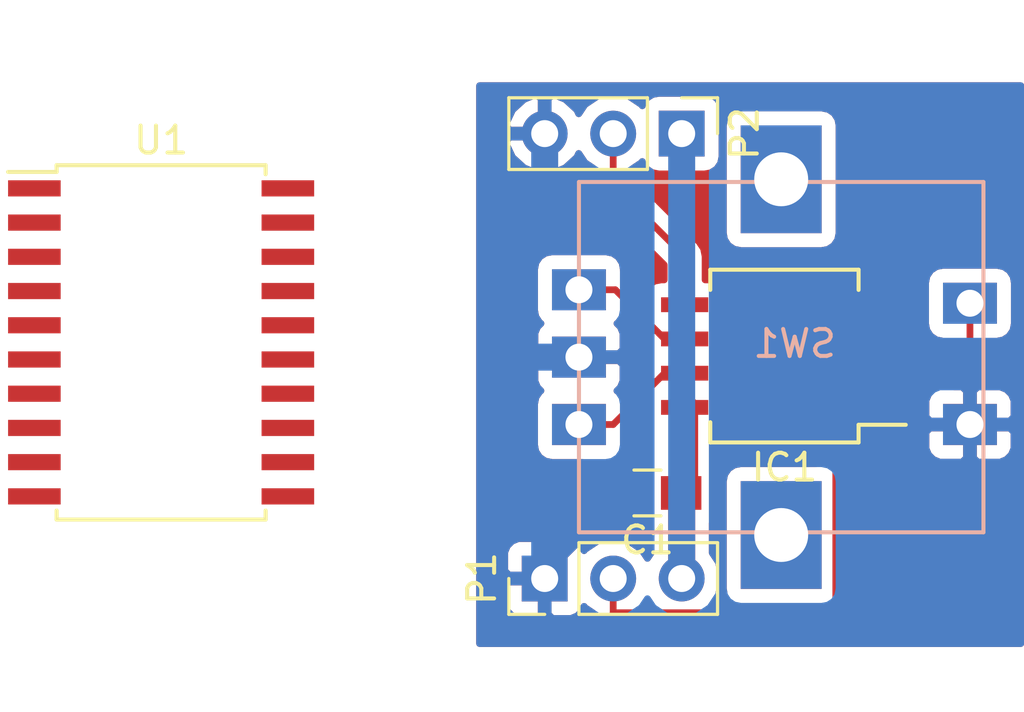
<source format=kicad_pcb>
(kicad_pcb (version 20171130) (host pcbnew "(5.0.0-rc2-178-g3c7b91b96)")

  (general
    (thickness 1.6)
    (drawings 0)
    (tracks 37)
    (zones 0)
    (modules 6)
    (nets 29)
  )

  (page A4)
  (layers
    (0 F.Cu signal)
    (31 B.Cu signal)
    (32 B.Adhes user)
    (33 F.Adhes user)
    (34 B.Paste user)
    (35 F.Paste user)
    (36 B.SilkS user)
    (37 F.SilkS user)
    (38 B.Mask user)
    (39 F.Mask user)
    (40 Dwgs.User user)
    (41 Cmts.User user)
    (42 Eco1.User user)
    (43 Eco2.User user)
    (44 Edge.Cuts user)
    (45 Margin user)
    (46 B.CrtYd user)
    (47 F.CrtYd user)
    (48 B.Fab user)
    (49 F.Fab user)
  )

  (setup
    (last_trace_width 0.25)
    (trace_clearance 0.2)
    (zone_clearance 0.508)
    (zone_45_only yes)
    (trace_min 0.2)
    (segment_width 0.2)
    (edge_width 0.1)
    (via_size 0.6)
    (via_drill 0.4)
    (via_min_size 0.4)
    (via_min_drill 0.3)
    (uvia_size 0.3)
    (uvia_drill 0.1)
    (uvias_allowed no)
    (uvia_min_size 0.2)
    (uvia_min_drill 0.1)
    (pcb_text_width 0.3)
    (pcb_text_size 1.5 1.5)
    (mod_edge_width 0.15)
    (mod_text_size 1 1)
    (mod_text_width 0.15)
    (pad_size 1.5 1.5)
    (pad_drill 0.6)
    (pad_to_mask_clearance 0)
    (aux_axis_origin 0 0)
    (visible_elements 7FFFFFFF)
    (pcbplotparams
      (layerselection 0x00030_80000001)
      (usegerberextensions false)
      (usegerberattributes false)
      (usegerberadvancedattributes false)
      (creategerberjobfile false)
      (excludeedgelayer true)
      (linewidth 0.100000)
      (plotframeref false)
      (viasonmask false)
      (mode 1)
      (useauxorigin false)
      (hpglpennumber 1)
      (hpglpenspeed 20)
      (hpglpendiameter 15.000000)
      (psnegative false)
      (psa4output false)
      (plotreference true)
      (plotvalue true)
      (plotinvisibletext false)
      (padsonsilk false)
      (subtractmaskfromsilk false)
      (outputformat 1)
      (mirror false)
      (drillshape 1)
      (scaleselection 1)
      (outputdirectory ""))
  )

  (net 0 "")
  (net 1 +5V)
  (net 2 GND)
  (net 3 "Net-(IC1-Pad1)")
  (net 4 "Net-(IC1-Pad2)")
  (net 5 "Net-(IC1-Pad3)")
  (net 6 "Net-(IC1-Pad5)")
  (net 7 "Net-(IC1-Pad6)")
  (net 8 "Net-(IC1-Pad7)")
  (net 9 "Net-(U1-Pad1)")
  (net 10 "Net-(U1-Pad2)")
  (net 11 "Net-(U1-Pad3)")
  (net 12 "Net-(U1-Pad4)")
  (net 13 "Net-(U1-Pad5)")
  (net 14 "Net-(U1-Pad6)")
  (net 15 "Net-(U1-Pad7)")
  (net 16 "Net-(U1-Pad8)")
  (net 17 "Net-(U1-Pad9)")
  (net 18 "Net-(U1-Pad10)")
  (net 19 "Net-(U1-Pad11)")
  (net 20 "Net-(U1-Pad12)")
  (net 21 "Net-(U1-Pad13)")
  (net 22 "Net-(U1-Pad14)")
  (net 23 "Net-(U1-Pad15)")
  (net 24 "Net-(U1-Pad16)")
  (net 25 "Net-(U1-Pad17)")
  (net 26 "Net-(U1-Pad18)")
  (net 27 "Net-(U1-Pad19)")
  (net 28 "Net-(U1-Pad20)")

  (net_class Default "This is the default net class."
    (clearance 0.2)
    (trace_width 0.25)
    (via_dia 0.6)
    (via_drill 0.4)
    (uvia_dia 0.3)
    (uvia_drill 0.1)
    (add_net "Net-(IC1-Pad1)")
    (add_net "Net-(IC1-Pad2)")
    (add_net "Net-(IC1-Pad3)")
    (add_net "Net-(IC1-Pad5)")
    (add_net "Net-(IC1-Pad6)")
    (add_net "Net-(IC1-Pad7)")
    (add_net "Net-(U1-Pad1)")
    (add_net "Net-(U1-Pad10)")
    (add_net "Net-(U1-Pad11)")
    (add_net "Net-(U1-Pad12)")
    (add_net "Net-(U1-Pad13)")
    (add_net "Net-(U1-Pad14)")
    (add_net "Net-(U1-Pad15)")
    (add_net "Net-(U1-Pad16)")
    (add_net "Net-(U1-Pad17)")
    (add_net "Net-(U1-Pad18)")
    (add_net "Net-(U1-Pad19)")
    (add_net "Net-(U1-Pad2)")
    (add_net "Net-(U1-Pad20)")
    (add_net "Net-(U1-Pad3)")
    (add_net "Net-(U1-Pad4)")
    (add_net "Net-(U1-Pad5)")
    (add_net "Net-(U1-Pad6)")
    (add_net "Net-(U1-Pad7)")
    (add_net "Net-(U1-Pad8)")
    (add_net "Net-(U1-Pad9)")
  )

  (net_class Power ""
    (clearance 0.2)
    (trace_width 1)
    (via_dia 0.6)
    (via_drill 0.4)
    (uvia_dia 0.3)
    (uvia_drill 0.1)
    (add_net +5V)
    (add_net GND)
  )

  (module MatthewLib:RotEnc (layer B.Cu) (tedit 5A79900C) (tstamp 5B06C3B1)
    (at 161.29 114.3)
    (path /5A785A70)
    (fp_text reference SW1 (at 8 -3) (layer B.SilkS)
      (effects (font (size 1 1) (thickness 0.15)) (justify mirror))
    )
    (fp_text value Rotary_Encoder_Switch (at 8 8) (layer B.Fab) hide
      (effects (font (size 1 1) (thickness 0.15)) (justify mirror))
    )
    (fp_line (start 0 0) (end 0 4) (layer B.SilkS) (width 0.15))
    (fp_line (start 0 4) (end 15 4) (layer B.SilkS) (width 0.15))
    (fp_line (start 15 4) (end 15 -9) (layer B.SilkS) (width 0.15))
    (fp_line (start 15 -9) (end 0 -9) (layer B.SilkS) (width 0.15))
    (fp_line (start 0 -9) (end 0 0) (layer B.SilkS) (width 0.15))
    (pad 1 thru_hole rect (at 0 0) (size 2 1.524) (drill 1) (layers *.Cu *.Mask)
      (net 8 "Net-(IC1-Pad7)"))
    (pad 2 thru_hole rect (at 0 -2.5) (size 2 1.524) (drill 1) (layers *.Cu *.Mask)
      (net 2 GND))
    (pad 3 thru_hole rect (at 0 -5) (size 2 1.524) (drill 1) (layers *.Cu *.Mask)
      (net 7 "Net-(IC1-Pad6)"))
    (pad 4 thru_hole rect (at 14.5 -4.5) (size 2 1.524) (drill 1) (layers *.Cu *.Mask)
      (net 4 "Net-(IC1-Pad2)"))
    (pad 5 thru_hole rect (at 14.5 0) (size 2 1.524) (drill 1) (layers *.Cu *.Mask)
      (net 2 GND))
    (pad "" thru_hole rect (at 7.5 4.1) (size 3 4) (drill 2) (layers *.Cu *.Mask))
    (pad "" thru_hole rect (at 7.5 -9.1) (size 3 4) (drill 2) (layers *.Cu *.Mask))
  )

  (module Capacitors_SMD:C_0805_HandSoldering (layer F.Cu) (tedit 58AA84A8) (tstamp 5B06C38C)
    (at 163.83 116.84 180)
    (descr "Capacitor SMD 0805, hand soldering")
    (tags "capacitor 0805")
    (path /5A798CD1)
    (attr smd)
    (fp_text reference C1 (at 0 -1.75 180) (layer F.SilkS)
      (effects (font (size 1 1) (thickness 0.15)))
    )
    (fp_text value C (at 0 1.75 180) (layer F.Fab)
      (effects (font (size 1 1) (thickness 0.15)))
    )
    (fp_text user %R (at 0 -1.75 180) (layer F.Fab)
      (effects (font (size 1 1) (thickness 0.15)))
    )
    (fp_line (start -1 0.62) (end -1 -0.62) (layer F.Fab) (width 0.1))
    (fp_line (start 1 0.62) (end -1 0.62) (layer F.Fab) (width 0.1))
    (fp_line (start 1 -0.62) (end 1 0.62) (layer F.Fab) (width 0.1))
    (fp_line (start -1 -0.62) (end 1 -0.62) (layer F.Fab) (width 0.1))
    (fp_line (start 0.5 -0.85) (end -0.5 -0.85) (layer F.SilkS) (width 0.12))
    (fp_line (start -0.5 0.85) (end 0.5 0.85) (layer F.SilkS) (width 0.12))
    (fp_line (start -2.25 -0.88) (end 2.25 -0.88) (layer F.CrtYd) (width 0.05))
    (fp_line (start -2.25 -0.88) (end -2.25 0.87) (layer F.CrtYd) (width 0.05))
    (fp_line (start 2.25 0.87) (end 2.25 -0.88) (layer F.CrtYd) (width 0.05))
    (fp_line (start 2.25 0.87) (end -2.25 0.87) (layer F.CrtYd) (width 0.05))
    (pad 1 smd rect (at -1.25 0 180) (size 1.5 1.25) (layers F.Cu F.Paste F.Mask)
      (net 1 +5V))
    (pad 2 smd rect (at 1.25 0 180) (size 1.5 1.25) (layers F.Cu F.Paste F.Mask)
      (net 2 GND))
    (model Capacitors_SMD.3dshapes/C_0805.wrl
      (at (xyz 0 0 0))
      (scale (xyz 1 1 1))
      (rotate (xyz 0 0 0))
    )
  )

  (module Housings_SOIC:SO-8_5.3x6.2mm_Pitch1.27mm (layer F.Cu) (tedit 59920130) (tstamp 5B06C398)
    (at 168.91 111.76 180)
    (descr "8-Lead Plastic Small Outline, 5.3x6.2mm Body (http://www.ti.com.cn/cn/lit/ds/symlink/tl7705a.pdf)")
    (tags "SOIC 1.27")
    (path /5A785B17)
    (attr smd)
    (fp_text reference IC1 (at 0 -4.13 180) (layer F.SilkS)
      (effects (font (size 1 1) (thickness 0.15)))
    )
    (fp_text value ATTINY85-P (at 0 4.13 180) (layer F.Fab)
      (effects (font (size 1 1) (thickness 0.15)))
    )
    (fp_text user %R (at 0 0 180) (layer F.Fab)
      (effects (font (size 1 1) (thickness 0.15)))
    )
    (fp_line (start -1.65 -3.1) (end 2.65 -3.1) (layer F.Fab) (width 0.15))
    (fp_line (start 2.65 -3.1) (end 2.65 3.1) (layer F.Fab) (width 0.15))
    (fp_line (start 2.65 3.1) (end -2.65 3.1) (layer F.Fab) (width 0.15))
    (fp_line (start -2.65 3.1) (end -2.65 -2.1) (layer F.Fab) (width 0.15))
    (fp_line (start -2.65 -2.1) (end -1.65 -3.1) (layer F.Fab) (width 0.15))
    (fp_line (start -4.83 -3.35) (end -4.83 3.35) (layer F.CrtYd) (width 0.05))
    (fp_line (start 4.83 -3.35) (end 4.83 3.35) (layer F.CrtYd) (width 0.05))
    (fp_line (start -4.83 -3.35) (end 4.83 -3.35) (layer F.CrtYd) (width 0.05))
    (fp_line (start -4.83 3.35) (end 4.83 3.35) (layer F.CrtYd) (width 0.05))
    (fp_line (start -2.75 -3.205) (end -2.75 -2.55) (layer F.SilkS) (width 0.15))
    (fp_line (start 2.75 -3.205) (end 2.75 -2.455) (layer F.SilkS) (width 0.15))
    (fp_line (start 2.75 3.205) (end 2.75 2.455) (layer F.SilkS) (width 0.15))
    (fp_line (start -2.75 3.205) (end -2.75 2.455) (layer F.SilkS) (width 0.15))
    (fp_line (start -2.75 -3.205) (end 2.75 -3.205) (layer F.SilkS) (width 0.15))
    (fp_line (start -2.75 3.205) (end 2.75 3.205) (layer F.SilkS) (width 0.15))
    (fp_line (start -2.75 -2.55) (end -4.5 -2.55) (layer F.SilkS) (width 0.15))
    (pad 1 smd rect (at -3.7 -1.905 180) (size 1.75 0.55) (layers F.Cu F.Paste F.Mask)
      (net 3 "Net-(IC1-Pad1)"))
    (pad 2 smd rect (at -3.7 -0.635 180) (size 1.75 0.55) (layers F.Cu F.Paste F.Mask)
      (net 4 "Net-(IC1-Pad2)"))
    (pad 3 smd rect (at -3.7 0.635 180) (size 1.75 0.55) (layers F.Cu F.Paste F.Mask)
      (net 5 "Net-(IC1-Pad3)"))
    (pad 4 smd rect (at -3.7 1.905 180) (size 1.75 0.55) (layers F.Cu F.Paste F.Mask)
      (net 2 GND))
    (pad 5 smd rect (at 3.7 1.905 180) (size 1.75 0.55) (layers F.Cu F.Paste F.Mask)
      (net 6 "Net-(IC1-Pad5)"))
    (pad 6 smd rect (at 3.7 0.635 180) (size 1.75 0.55) (layers F.Cu F.Paste F.Mask)
      (net 7 "Net-(IC1-Pad6)"))
    (pad 7 smd rect (at 3.7 -0.635 180) (size 1.75 0.55) (layers F.Cu F.Paste F.Mask)
      (net 8 "Net-(IC1-Pad7)"))
    (pad 8 smd rect (at 3.7 -1.905 180) (size 1.75 0.55) (layers F.Cu F.Paste F.Mask)
      (net 1 +5V))
    (model ${KISYS3DMOD}/Housings_SOIC.3dshapes/SO-8_5.3x6.2mm_Pitch1.27mm.wrl
      (at (xyz 0 0 0))
      (scale (xyz 1 1 1))
      (rotate (xyz 0 0 0))
    )
  )

  (module Pin_Headers:Pin_Header_Straight_1x03_Pitch2.54mm (layer F.Cu) (tedit 59650532) (tstamp 5B06C39F)
    (at 160.02 120.015 90)
    (descr "Through hole straight pin header, 1x03, 2.54mm pitch, single row")
    (tags "Through hole pin header THT 1x03 2.54mm single row")
    (path /5A785E95)
    (fp_text reference P1 (at 0 -2.33 90) (layer F.SilkS)
      (effects (font (size 1 1) (thickness 0.15)))
    )
    (fp_text value CONN_01X03 (at 0 7.41 90) (layer F.Fab)
      (effects (font (size 1 1) (thickness 0.15)))
    )
    (fp_line (start -0.635 -1.27) (end 1.27 -1.27) (layer F.Fab) (width 0.1))
    (fp_line (start 1.27 -1.27) (end 1.27 6.35) (layer F.Fab) (width 0.1))
    (fp_line (start 1.27 6.35) (end -1.27 6.35) (layer F.Fab) (width 0.1))
    (fp_line (start -1.27 6.35) (end -1.27 -0.635) (layer F.Fab) (width 0.1))
    (fp_line (start -1.27 -0.635) (end -0.635 -1.27) (layer F.Fab) (width 0.1))
    (fp_line (start -1.33 6.41) (end 1.33 6.41) (layer F.SilkS) (width 0.12))
    (fp_line (start -1.33 1.27) (end -1.33 6.41) (layer F.SilkS) (width 0.12))
    (fp_line (start 1.33 1.27) (end 1.33 6.41) (layer F.SilkS) (width 0.12))
    (fp_line (start -1.33 1.27) (end 1.33 1.27) (layer F.SilkS) (width 0.12))
    (fp_line (start -1.33 0) (end -1.33 -1.33) (layer F.SilkS) (width 0.12))
    (fp_line (start -1.33 -1.33) (end 0 -1.33) (layer F.SilkS) (width 0.12))
    (fp_line (start -1.8 -1.8) (end -1.8 6.85) (layer F.CrtYd) (width 0.05))
    (fp_line (start -1.8 6.85) (end 1.8 6.85) (layer F.CrtYd) (width 0.05))
    (fp_line (start 1.8 6.85) (end 1.8 -1.8) (layer F.CrtYd) (width 0.05))
    (fp_line (start 1.8 -1.8) (end -1.8 -1.8) (layer F.CrtYd) (width 0.05))
    (fp_text user %R (at 0 2.54 180) (layer F.Fab)
      (effects (font (size 1 1) (thickness 0.15)))
    )
    (pad 1 thru_hole rect (at 0 0 90) (size 1.7 1.7) (drill 1) (layers *.Cu *.Mask)
      (net 2 GND))
    (pad 2 thru_hole oval (at 0 2.54 90) (size 1.7 1.7) (drill 1) (layers *.Cu *.Mask)
      (net 5 "Net-(IC1-Pad3)"))
    (pad 3 thru_hole oval (at 0 5.08 90) (size 1.7 1.7) (drill 1) (layers *.Cu *.Mask)
      (net 1 +5V))
    (model ${KISYS3DMOD}/Pin_Headers.3dshapes/Pin_Header_Straight_1x03_Pitch2.54mm.wrl
      (at (xyz 0 0 0))
      (scale (xyz 1 1 1))
      (rotate (xyz 0 0 0))
    )
  )

  (module Pin_Headers:Pin_Header_Straight_1x03_Pitch2.54mm (layer F.Cu) (tedit 59650532) (tstamp 5B06C3A6)
    (at 165.1 103.505 270)
    (descr "Through hole straight pin header, 1x03, 2.54mm pitch, single row")
    (tags "Through hole pin header THT 1x03 2.54mm single row")
    (path /5A785EE2)
    (fp_text reference P2 (at 0 -2.33 270) (layer F.SilkS)
      (effects (font (size 1 1) (thickness 0.15)))
    )
    (fp_text value CONN_01X03 (at 0 7.41 270) (layer F.Fab)
      (effects (font (size 1 1) (thickness 0.15)))
    )
    (fp_line (start -0.635 -1.27) (end 1.27 -1.27) (layer F.Fab) (width 0.1))
    (fp_line (start 1.27 -1.27) (end 1.27 6.35) (layer F.Fab) (width 0.1))
    (fp_line (start 1.27 6.35) (end -1.27 6.35) (layer F.Fab) (width 0.1))
    (fp_line (start -1.27 6.35) (end -1.27 -0.635) (layer F.Fab) (width 0.1))
    (fp_line (start -1.27 -0.635) (end -0.635 -1.27) (layer F.Fab) (width 0.1))
    (fp_line (start -1.33 6.41) (end 1.33 6.41) (layer F.SilkS) (width 0.12))
    (fp_line (start -1.33 1.27) (end -1.33 6.41) (layer F.SilkS) (width 0.12))
    (fp_line (start 1.33 1.27) (end 1.33 6.41) (layer F.SilkS) (width 0.12))
    (fp_line (start -1.33 1.27) (end 1.33 1.27) (layer F.SilkS) (width 0.12))
    (fp_line (start -1.33 0) (end -1.33 -1.33) (layer F.SilkS) (width 0.12))
    (fp_line (start -1.33 -1.33) (end 0 -1.33) (layer F.SilkS) (width 0.12))
    (fp_line (start -1.8 -1.8) (end -1.8 6.85) (layer F.CrtYd) (width 0.05))
    (fp_line (start -1.8 6.85) (end 1.8 6.85) (layer F.CrtYd) (width 0.05))
    (fp_line (start 1.8 6.85) (end 1.8 -1.8) (layer F.CrtYd) (width 0.05))
    (fp_line (start 1.8 -1.8) (end -1.8 -1.8) (layer F.CrtYd) (width 0.05))
    (fp_text user %R (at 0 2.54) (layer F.Fab)
      (effects (font (size 1 1) (thickness 0.15)))
    )
    (pad 1 thru_hole rect (at 0 0 270) (size 1.7 1.7) (drill 1) (layers *.Cu *.Mask)
      (net 1 +5V))
    (pad 2 thru_hole oval (at 0 2.54 270) (size 1.7 1.7) (drill 1) (layers *.Cu *.Mask)
      (net 6 "Net-(IC1-Pad5)"))
    (pad 3 thru_hole oval (at 0 5.08 270) (size 1.7 1.7) (drill 1) (layers *.Cu *.Mask)
      (net 2 GND))
    (model ${KISYS3DMOD}/Pin_Headers.3dshapes/Pin_Header_Straight_1x03_Pitch2.54mm.wrl
      (at (xyz 0 0 0))
      (scale (xyz 1 1 1))
      (rotate (xyz 0 0 0))
    )
  )

  (module Package_SO:SOIC-20W_7.5x12.8mm_P1.27mm (layer F.Cu) (tedit 5A02F2D3) (tstamp 5BF631DD)
    (at 145.796 111.252)
    (descr "20-Lead Plastic Small Outline (SO) - Wide, 7.50 mm Body [SOIC] (see Microchip Packaging Specification 00000049BS.pdf)")
    (tags "SOIC 1.27")
    (path /5BE9FDA2)
    (attr smd)
    (fp_text reference U1 (at 0 -7.5) (layer F.SilkS)
      (effects (font (size 1 1) (thickness 0.15)))
    )
    (fp_text value ATtiny4313-SU (at 0 7.5) (layer F.Fab)
      (effects (font (size 1 1) (thickness 0.15)))
    )
    (fp_text user %R (at 0 0) (layer F.Fab)
      (effects (font (size 1 1) (thickness 0.15)))
    )
    (fp_line (start -2.75 -6.4) (end 3.75 -6.4) (layer F.Fab) (width 0.15))
    (fp_line (start 3.75 -6.4) (end 3.75 6.4) (layer F.Fab) (width 0.15))
    (fp_line (start 3.75 6.4) (end -3.75 6.4) (layer F.Fab) (width 0.15))
    (fp_line (start -3.75 6.4) (end -3.75 -5.4) (layer F.Fab) (width 0.15))
    (fp_line (start -3.75 -5.4) (end -2.75 -6.4) (layer F.Fab) (width 0.15))
    (fp_line (start -5.95 -6.75) (end -5.95 6.75) (layer F.CrtYd) (width 0.05))
    (fp_line (start 5.95 -6.75) (end 5.95 6.75) (layer F.CrtYd) (width 0.05))
    (fp_line (start -5.95 -6.75) (end 5.95 -6.75) (layer F.CrtYd) (width 0.05))
    (fp_line (start -5.95 6.75) (end 5.95 6.75) (layer F.CrtYd) (width 0.05))
    (fp_line (start -3.875 -6.575) (end -3.875 -6.325) (layer F.SilkS) (width 0.15))
    (fp_line (start 3.875 -6.575) (end 3.875 -6.24) (layer F.SilkS) (width 0.15))
    (fp_line (start 3.875 6.575) (end 3.875 6.24) (layer F.SilkS) (width 0.15))
    (fp_line (start -3.875 6.575) (end -3.875 6.24) (layer F.SilkS) (width 0.15))
    (fp_line (start -3.875 -6.575) (end 3.875 -6.575) (layer F.SilkS) (width 0.15))
    (fp_line (start -3.875 6.575) (end 3.875 6.575) (layer F.SilkS) (width 0.15))
    (fp_line (start -3.875 -6.325) (end -5.675 -6.325) (layer F.SilkS) (width 0.15))
    (pad 1 smd rect (at -4.7 -5.715) (size 1.95 0.6) (layers F.Cu F.Paste F.Mask)
      (net 9 "Net-(U1-Pad1)"))
    (pad 2 smd rect (at -4.7 -4.445) (size 1.95 0.6) (layers F.Cu F.Paste F.Mask)
      (net 10 "Net-(U1-Pad2)"))
    (pad 3 smd rect (at -4.7 -3.175) (size 1.95 0.6) (layers F.Cu F.Paste F.Mask)
      (net 11 "Net-(U1-Pad3)"))
    (pad 4 smd rect (at -4.7 -1.905) (size 1.95 0.6) (layers F.Cu F.Paste F.Mask)
      (net 12 "Net-(U1-Pad4)"))
    (pad 5 smd rect (at -4.7 -0.635) (size 1.95 0.6) (layers F.Cu F.Paste F.Mask)
      (net 13 "Net-(U1-Pad5)"))
    (pad 6 smd rect (at -4.7 0.635) (size 1.95 0.6) (layers F.Cu F.Paste F.Mask)
      (net 14 "Net-(U1-Pad6)"))
    (pad 7 smd rect (at -4.7 1.905) (size 1.95 0.6) (layers F.Cu F.Paste F.Mask)
      (net 15 "Net-(U1-Pad7)"))
    (pad 8 smd rect (at -4.7 3.175) (size 1.95 0.6) (layers F.Cu F.Paste F.Mask)
      (net 16 "Net-(U1-Pad8)"))
    (pad 9 smd rect (at -4.7 4.445) (size 1.95 0.6) (layers F.Cu F.Paste F.Mask)
      (net 17 "Net-(U1-Pad9)"))
    (pad 10 smd rect (at -4.7 5.715) (size 1.95 0.6) (layers F.Cu F.Paste F.Mask)
      (net 18 "Net-(U1-Pad10)"))
    (pad 11 smd rect (at 4.7 5.715) (size 1.95 0.6) (layers F.Cu F.Paste F.Mask)
      (net 19 "Net-(U1-Pad11)"))
    (pad 12 smd rect (at 4.7 4.445) (size 1.95 0.6) (layers F.Cu F.Paste F.Mask)
      (net 20 "Net-(U1-Pad12)"))
    (pad 13 smd rect (at 4.7 3.175) (size 1.95 0.6) (layers F.Cu F.Paste F.Mask)
      (net 21 "Net-(U1-Pad13)"))
    (pad 14 smd rect (at 4.7 1.905) (size 1.95 0.6) (layers F.Cu F.Paste F.Mask)
      (net 22 "Net-(U1-Pad14)"))
    (pad 15 smd rect (at 4.7 0.635) (size 1.95 0.6) (layers F.Cu F.Paste F.Mask)
      (net 23 "Net-(U1-Pad15)"))
    (pad 16 smd rect (at 4.7 -0.635) (size 1.95 0.6) (layers F.Cu F.Paste F.Mask)
      (net 24 "Net-(U1-Pad16)"))
    (pad 17 smd rect (at 4.7 -1.905) (size 1.95 0.6) (layers F.Cu F.Paste F.Mask)
      (net 25 "Net-(U1-Pad17)"))
    (pad 18 smd rect (at 4.7 -3.175) (size 1.95 0.6) (layers F.Cu F.Paste F.Mask)
      (net 26 "Net-(U1-Pad18)"))
    (pad 19 smd rect (at 4.7 -4.445) (size 1.95 0.6) (layers F.Cu F.Paste F.Mask)
      (net 27 "Net-(U1-Pad19)"))
    (pad 20 smd rect (at 4.7 -5.715) (size 1.95 0.6) (layers F.Cu F.Paste F.Mask)
      (net 28 "Net-(U1-Pad20)"))
    (model ${KISYS3DMOD}/Package_SO.3dshapes/SOIC-20W_7.5x12.8mm_P1.27mm.wrl
      (at (xyz 0 0 0))
      (scale (xyz 1 1 1))
      (rotate (xyz 0 0 0))
    )
  )

  (segment (start 165.1 120.015) (end 165.1 116.86) (width 1) (layer F.Cu) (net 1) (status 10))
  (segment (start 165.1 116.86) (end 165.08 116.84) (width 1) (layer F.Cu) (net 1) (tstamp 5B06C711))
  (segment (start 165.21 113.665) (end 165.21 116.71) (width 1) (layer F.Cu) (net 1))
  (segment (start 165.21 116.71) (end 165.08 116.84) (width 1) (layer F.Cu) (net 1) (tstamp 5B06C703))
  (segment (start 165.1 120.015) (end 165.1 103.505) (width 1) (layer B.Cu) (net 1) (status 20))
  (segment (start 165.1 113.775) (end 165.21 113.665) (width 0.25) (layer F.Cu) (net 1) (tstamp 5B06C5E3))
  (segment (start 162.58 116.84) (end 162.56 116.84) (width 1) (layer F.Cu) (net 2))
  (segment (start 162.56 116.84) (end 160.02 119.38) (width 1) (layer F.Cu) (net 2) (tstamp 5B06C70A))
  (segment (start 160.02 119.38) (end 160.02 120.015) (width 1) (layer F.Cu) (net 2) (tstamp 5B06C70D) (status 20))
  (segment (start 161.29 111.8) (end 158.75 111.8) (width 1) (layer B.Cu) (net 2))
  (segment (start 158.75 111.8) (end 158.75 111.76) (width 1) (layer B.Cu) (net 2) (tstamp 5B06C6B9))
  (segment (start 160.02 120.015) (end 160.02 116.84) (width 1) (layer B.Cu) (net 2) (status 10))
  (segment (start 160.02 106.68) (end 160.02 103.505) (width 1) (layer B.Cu) (net 2) (tstamp 5B06C6B6) (status 20))
  (segment (start 158.75 107.95) (end 160.02 106.68) (width 1) (layer B.Cu) (net 2) (tstamp 5B06C6B5))
  (segment (start 158.75 115.57) (end 158.75 111.76) (width 1) (layer B.Cu) (net 2) (tstamp 5B06C6AC))
  (segment (start 158.75 111.76) (end 158.75 107.95) (width 1) (layer B.Cu) (net 2) (tstamp 5B06C6BC))
  (segment (start 160.02 116.84) (end 158.75 115.57) (width 1) (layer B.Cu) (net 2) (tstamp 5B06C6A8))
  (segment (start 160.02 120.015) (end 160.02 119.38) (width 1) (layer B.Cu) (net 2) (status 10))
  (segment (start 160.02 119.38) (end 162.56 116.84) (width 1) (layer B.Cu) (net 2) (tstamp 5B06C6A0))
  (segment (start 172.61 112.395) (end 174.625 112.395) (width 0.25) (layer F.Cu) (net 4))
  (segment (start 175.79 111.23) (end 175.79 109.8) (width 0.25) (layer F.Cu) (net 4) (tstamp 5B06C5DA))
  (segment (start 174.625 112.395) (end 175.79 111.23) (width 0.25) (layer F.Cu) (net 4) (tstamp 5B06C5D5))
  (segment (start 172.61 111.125) (end 170.815 111.125) (width 0.25) (layer F.Cu) (net 5))
  (segment (start 162.56 121.285) (end 162.56 120.015) (width 0.25) (layer F.Cu) (net 5) (tstamp 5B06CB52) (status 800020))
  (segment (start 170.815 121.285) (end 162.56 121.285) (width 0.25) (layer F.Cu) (net 5) (tstamp 5B06CB4D))
  (segment (start 170.815 111.125) (end 170.815 121.285) (width 0.25) (layer F.Cu) (net 5) (tstamp 5B06CB4B))
  (segment (start 162.56 120.015) (end 162.56 120.65) (width 0.25) (layer F.Cu) (net 5) (status 30))
  (segment (start 162.56 120.015) (end 162.56 120.65) (width 0.25) (layer F.Cu) (net 5) (tstamp 5B06C790) (status 30))
  (segment (start 165.21 109.855) (end 165.21 108.06) (width 0.25) (layer F.Cu) (net 6))
  (segment (start 162.56 105.41) (end 162.56 103.505) (width 0.25) (layer F.Cu) (net 6) (tstamp 5B06C6E6) (status 20))
  (segment (start 165.21 108.06) (end 162.56 105.41) (width 0.25) (layer F.Cu) (net 6) (tstamp 5B06C6E2))
  (segment (start 165.21 111.125) (end 164.465 111.125) (width 0.25) (layer F.Cu) (net 7))
  (segment (start 164.465 111.125) (end 162.64 109.3) (width 0.25) (layer F.Cu) (net 7) (tstamp 5B06C6EA))
  (segment (start 162.64 109.3) (end 161.29 109.3) (width 0.25) (layer F.Cu) (net 7) (tstamp 5B06C6F2))
  (segment (start 161.29 114.3) (end 162.56 114.3) (width 0.25) (layer F.Cu) (net 8))
  (segment (start 162.56 114.3) (end 164.465 112.395) (width 0.25) (layer F.Cu) (net 8) (tstamp 5B06C6F7))
  (segment (start 164.465 112.395) (end 165.21 112.395) (width 0.25) (layer F.Cu) (net 8) (tstamp 5B06C6FA))

  (zone (net 2) (net_name GND) (layer F.Cu) (tstamp 5B06C7DF) (hatch edge 0.508)
    (connect_pads (clearance 0.508))
    (min_thickness 0.254)
    (fill yes (arc_segments 16) (thermal_gap 0.508) (thermal_bridge_width 0.508))
    (polygon
      (pts
        (xy 177.8 122.555) (xy 157.48 122.555) (xy 157.48 101.6) (xy 177.8 101.6)
      )
    )
    (filled_polygon
      (pts
        (xy 177.673 122.428) (xy 157.607 122.428) (xy 157.607 120.30075) (xy 158.535 120.30075) (xy 158.535 120.991309)
        (xy 158.631673 121.224698) (xy 158.810301 121.403327) (xy 159.04369 121.5) (xy 159.73425 121.5) (xy 159.893 121.34125)
        (xy 159.893 120.142) (xy 158.69375 120.142) (xy 158.535 120.30075) (xy 157.607 120.30075) (xy 157.607 119.038691)
        (xy 158.535 119.038691) (xy 158.535 119.72925) (xy 158.69375 119.888) (xy 159.893 119.888) (xy 159.893 118.68875)
        (xy 159.73425 118.53) (xy 159.04369 118.53) (xy 158.810301 118.626673) (xy 158.631673 118.805302) (xy 158.535 119.038691)
        (xy 157.607 119.038691) (xy 157.607 117.12575) (xy 161.195 117.12575) (xy 161.195 117.59131) (xy 161.291673 117.824699)
        (xy 161.470302 118.003327) (xy 161.703691 118.1) (xy 162.29425 118.1) (xy 162.453 117.94125) (xy 162.453 116.967)
        (xy 161.35375 116.967) (xy 161.195 117.12575) (xy 157.607 117.12575) (xy 157.607 108.538) (xy 159.64256 108.538)
        (xy 159.64256 110.062) (xy 159.686838 110.297317) (xy 159.82591 110.513441) (xy 159.879748 110.550227) (xy 159.751673 110.678301)
        (xy 159.655 110.91169) (xy 159.655 111.51425) (xy 159.81375 111.673) (xy 161.163 111.673) (xy 161.163 111.653)
        (xy 161.417 111.653) (xy 161.417 111.673) (xy 162.76625 111.673) (xy 162.925 111.51425) (xy 162.925 110.91169)
        (xy 162.828327 110.678301) (xy 162.701693 110.551667) (xy 162.741441 110.52609) (xy 162.761675 110.496477) (xy 163.692743 111.427545)
        (xy 163.731838 111.635317) (xy 163.812248 111.760277) (xy 163.738569 111.86811) (xy 163.693238 112.09196) (xy 162.721148 113.06405)
        (xy 162.700252 113.049773) (xy 162.828327 112.921699) (xy 162.925 112.68831) (xy 162.925 112.08575) (xy 162.76625 111.927)
        (xy 161.417 111.927) (xy 161.417 111.947) (xy 161.163 111.947) (xy 161.163 111.927) (xy 159.81375 111.927)
        (xy 159.655 112.08575) (xy 159.655 112.68831) (xy 159.751673 112.921699) (xy 159.878307 113.048333) (xy 159.838559 113.07391)
        (xy 159.693569 113.28611) (xy 159.64256 113.538) (xy 159.64256 115.062) (xy 159.686838 115.297317) (xy 159.82591 115.513441)
        (xy 160.03811 115.658431) (xy 160.29 115.70944) (xy 161.437535 115.70944) (xy 161.291673 115.855301) (xy 161.195 116.08869)
        (xy 161.195 116.55425) (xy 161.35375 116.713) (xy 162.453 116.713) (xy 162.453 116.693) (xy 162.707 116.693)
        (xy 162.707 116.713) (xy 162.727 116.713) (xy 162.727 116.967) (xy 162.707 116.967) (xy 162.707 117.94125)
        (xy 162.86575 118.1) (xy 163.456309 118.1) (xy 163.689698 118.003327) (xy 163.830936 117.86209) (xy 163.86591 117.916441)
        (xy 163.965 117.984146) (xy 163.965 119.062984) (xy 163.83 119.265026) (xy 163.610054 118.935853) (xy 163.128285 118.613946)
        (xy 162.56 118.500907) (xy 161.991715 118.613946) (xy 161.509946 118.935853) (xy 161.480597 118.979777) (xy 161.408327 118.805302)
        (xy 161.229699 118.626673) (xy 160.99631 118.53) (xy 160.30575 118.53) (xy 160.147 118.68875) (xy 160.147 119.888)
        (xy 160.167 119.888) (xy 160.167 120.142) (xy 160.147 120.142) (xy 160.147 121.34125) (xy 160.30575 121.5)
        (xy 160.99631 121.5) (xy 161.229699 121.403327) (xy 161.408327 121.224698) (xy 161.480597 121.050223) (xy 161.509946 121.094147)
        (xy 161.800678 121.288407) (xy 161.857852 121.575839) (xy 162.022599 121.822401) (xy 162.269161 121.987148) (xy 162.56 122.045)
        (xy 170.815 122.045) (xy 171.105839 121.987148) (xy 171.352401 121.822401) (xy 171.517148 121.575839) (xy 171.575 121.285)
        (xy 171.575 114.555039) (xy 171.735 114.58744) (xy 173.485 114.58744) (xy 173.493981 114.58575) (xy 174.155 114.58575)
        (xy 174.155 115.18831) (xy 174.251673 115.421699) (xy 174.430302 115.600327) (xy 174.663691 115.697) (xy 175.50425 115.697)
        (xy 175.663 115.53825) (xy 175.663 114.427) (xy 175.917 114.427) (xy 175.917 115.53825) (xy 176.07575 115.697)
        (xy 176.916309 115.697) (xy 177.149698 115.600327) (xy 177.328327 115.421699) (xy 177.425 115.18831) (xy 177.425 114.58575)
        (xy 177.26625 114.427) (xy 175.917 114.427) (xy 175.663 114.427) (xy 174.31375 114.427) (xy 174.155 114.58575)
        (xy 173.493981 114.58575) (xy 173.720317 114.543162) (xy 173.936441 114.40409) (xy 174.081431 114.19189) (xy 174.13244 113.94)
        (xy 174.13244 113.39) (xy 174.088222 113.155) (xy 174.274974 113.155) (xy 174.251673 113.178301) (xy 174.155 113.41169)
        (xy 174.155 114.01425) (xy 174.31375 114.173) (xy 175.663 114.173) (xy 175.663 113.06175) (xy 175.917 113.06175)
        (xy 175.917 114.173) (xy 177.26625 114.173) (xy 177.425 114.01425) (xy 177.425 113.41169) (xy 177.328327 113.178301)
        (xy 177.149698 112.999673) (xy 176.916309 112.903) (xy 176.07575 112.903) (xy 175.917 113.06175) (xy 175.663 113.06175)
        (xy 175.50425 112.903) (xy 175.191802 112.903) (xy 176.327401 111.767401) (xy 176.492148 111.520839) (xy 176.55 111.23)
        (xy 176.55 111.20944) (xy 176.79 111.20944) (xy 177.025317 111.165162) (xy 177.241441 111.02609) (xy 177.386431 110.81389)
        (xy 177.43744 110.562) (xy 177.43744 109.038) (xy 177.393162 108.802683) (xy 177.25409 108.586559) (xy 177.04189 108.441569)
        (xy 176.79 108.39056) (xy 174.79 108.39056) (xy 174.554683 108.434838) (xy 174.338559 108.57391) (xy 174.193569 108.78611)
        (xy 174.14256 109.038) (xy 174.14256 110.562) (xy 174.186838 110.797317) (xy 174.32591 111.013441) (xy 174.53811 111.158431)
        (xy 174.744892 111.200306) (xy 174.310198 111.635) (xy 174.084851 111.635) (xy 174.13244 111.4) (xy 174.13244 110.85)
        (xy 174.088162 110.614683) (xy 174.013841 110.499185) (xy 174.023327 110.489699) (xy 174.12 110.25631) (xy 174.12 110.14075)
        (xy 173.96125 109.982) (xy 172.737 109.982) (xy 172.737 110.002) (xy 172.483 110.002) (xy 172.483 109.982)
        (xy 171.25875 109.982) (xy 171.1 110.14075) (xy 171.1 110.25631) (xy 171.145021 110.365) (xy 170.815 110.365)
        (xy 170.524161 110.422852) (xy 170.277599 110.587599) (xy 170.112852 110.834161) (xy 170.055 111.125) (xy 170.055 115.75256)
        (xy 167.29 115.75256) (xy 167.054683 115.796838) (xy 166.838559 115.93591) (xy 166.693569 116.14811) (xy 166.64256 116.4)
        (xy 166.64256 120.4) (xy 166.66608 120.525) (xy 166.489342 120.525) (xy 166.585 120.044093) (xy 166.585 119.985907)
        (xy 166.471961 119.417622) (xy 166.235 119.062984) (xy 166.235 117.958974) (xy 166.281441 117.92909) (xy 166.426431 117.71689)
        (xy 166.47744 117.465) (xy 166.47744 116.215) (xy 166.433162 115.979683) (xy 166.345 115.842675) (xy 166.345 114.527279)
        (xy 166.536441 114.40409) (xy 166.681431 114.19189) (xy 166.73244 113.94) (xy 166.73244 113.39) (xy 166.688162 113.154683)
        (xy 166.607752 113.029723) (xy 166.681431 112.92189) (xy 166.73244 112.67) (xy 166.73244 112.12) (xy 166.688162 111.884683)
        (xy 166.607752 111.759723) (xy 166.681431 111.65189) (xy 166.73244 111.4) (xy 166.73244 110.85) (xy 166.688162 110.614683)
        (xy 166.607752 110.489723) (xy 166.681431 110.38189) (xy 166.73244 110.13) (xy 166.73244 109.58) (xy 166.708674 109.45369)
        (xy 171.1 109.45369) (xy 171.1 109.56925) (xy 171.25875 109.728) (xy 172.483 109.728) (xy 172.483 109.10375)
        (xy 172.737 109.10375) (xy 172.737 109.728) (xy 173.96125 109.728) (xy 174.12 109.56925) (xy 174.12 109.45369)
        (xy 174.023327 109.220301) (xy 173.844698 109.041673) (xy 173.611309 108.945) (xy 172.89575 108.945) (xy 172.737 109.10375)
        (xy 172.483 109.10375) (xy 172.32425 108.945) (xy 171.608691 108.945) (xy 171.375302 109.041673) (xy 171.196673 109.220301)
        (xy 171.1 109.45369) (xy 166.708674 109.45369) (xy 166.688162 109.344683) (xy 166.54909 109.128559) (xy 166.33689 108.983569)
        (xy 166.085 108.93256) (xy 165.97 108.93256) (xy 165.97 108.06) (xy 165.912148 107.769161) (xy 165.747401 107.522599)
        (xy 163.32 105.095198) (xy 163.32 104.777954) (xy 163.610054 104.584147) (xy 163.63785 104.542548) (xy 163.646838 104.590317)
        (xy 163.78591 104.806441) (xy 163.99811 104.951431) (xy 164.25 105.00244) (xy 165.95 105.00244) (xy 166.185317 104.958162)
        (xy 166.401441 104.81909) (xy 166.546431 104.60689) (xy 166.59744 104.355) (xy 166.59744 103.2) (xy 166.64256 103.2)
        (xy 166.64256 107.2) (xy 166.686838 107.435317) (xy 166.82591 107.651441) (xy 167.03811 107.796431) (xy 167.29 107.84744)
        (xy 170.29 107.84744) (xy 170.525317 107.803162) (xy 170.741441 107.66409) (xy 170.886431 107.45189) (xy 170.93744 107.2)
        (xy 170.93744 103.2) (xy 170.893162 102.964683) (xy 170.75409 102.748559) (xy 170.54189 102.603569) (xy 170.29 102.55256)
        (xy 167.29 102.55256) (xy 167.054683 102.596838) (xy 166.838559 102.73591) (xy 166.693569 102.94811) (xy 166.64256 103.2)
        (xy 166.59744 103.2) (xy 166.59744 102.655) (xy 166.553162 102.419683) (xy 166.41409 102.203559) (xy 166.20189 102.058569)
        (xy 165.95 102.00756) (xy 164.25 102.00756) (xy 164.014683 102.051838) (xy 163.798559 102.19091) (xy 163.653569 102.40311)
        (xy 163.639914 102.470541) (xy 163.610054 102.425853) (xy 163.128285 102.103946) (xy 162.56 101.990907) (xy 161.991715 102.103946)
        (xy 161.509946 102.425853) (xy 161.282298 102.766553) (xy 161.215183 102.623642) (xy 160.786924 102.233355) (xy 160.37689 102.063524)
        (xy 160.147 102.184845) (xy 160.147 103.378) (xy 160.167 103.378) (xy 160.167 103.632) (xy 160.147 103.632)
        (xy 160.147 104.825155) (xy 160.37689 104.946476) (xy 160.786924 104.776645) (xy 161.215183 104.386358) (xy 161.282298 104.243447)
        (xy 161.509946 104.584147) (xy 161.8 104.777954) (xy 161.8 105.41) (xy 161.857852 105.700839) (xy 162.022599 105.947401)
        (xy 164.45 108.374802) (xy 164.45 108.93256) (xy 164.335 108.93256) (xy 164.099683 108.976838) (xy 163.883559 109.11591)
        (xy 163.740332 109.32553) (xy 163.177401 108.762599) (xy 162.93744 108.602263) (xy 162.93744 108.538) (xy 162.893162 108.302683)
        (xy 162.75409 108.086559) (xy 162.54189 107.941569) (xy 162.29 107.89056) (xy 160.29 107.89056) (xy 160.054683 107.934838)
        (xy 159.838559 108.07391) (xy 159.693569 108.28611) (xy 159.64256 108.538) (xy 157.607 108.538) (xy 157.607 103.861892)
        (xy 158.578514 103.861892) (xy 158.824817 104.386358) (xy 159.253076 104.776645) (xy 159.66311 104.946476) (xy 159.893 104.825155)
        (xy 159.893 103.632) (xy 158.699181 103.632) (xy 158.578514 103.861892) (xy 157.607 103.861892) (xy 157.607 103.148108)
        (xy 158.578514 103.148108) (xy 158.699181 103.378) (xy 159.893 103.378) (xy 159.893 102.184845) (xy 159.66311 102.063524)
        (xy 159.253076 102.233355) (xy 158.824817 102.623642) (xy 158.578514 103.148108) (xy 157.607 103.148108) (xy 157.607 101.727)
        (xy 177.673 101.727)
      )
    )
  )
  (zone (net 2) (net_name GND) (layer B.Cu) (tstamp 5B06C7DF) (hatch edge 0.508)
    (connect_pads (clearance 0.508))
    (min_thickness 0.254)
    (fill yes (arc_segments 16) (thermal_gap 0.508) (thermal_bridge_width 0.508))
    (polygon
      (pts
        (xy 177.8 122.555) (xy 157.48 122.555) (xy 157.48 101.6) (xy 177.8 101.6)
      )
    )
    (filled_polygon
      (pts
        (xy 177.673 122.428) (xy 157.607 122.428) (xy 157.607 120.30075) (xy 158.535 120.30075) (xy 158.535 120.991309)
        (xy 158.631673 121.224698) (xy 158.810301 121.403327) (xy 159.04369 121.5) (xy 159.73425 121.5) (xy 159.893 121.34125)
        (xy 159.893 120.142) (xy 158.69375 120.142) (xy 158.535 120.30075) (xy 157.607 120.30075) (xy 157.607 119.038691)
        (xy 158.535 119.038691) (xy 158.535 119.72925) (xy 158.69375 119.888) (xy 159.893 119.888) (xy 159.893 118.68875)
        (xy 159.73425 118.53) (xy 159.04369 118.53) (xy 158.810301 118.626673) (xy 158.631673 118.805302) (xy 158.535 119.038691)
        (xy 157.607 119.038691) (xy 157.607 113.538) (xy 159.64256 113.538) (xy 159.64256 115.062) (xy 159.686838 115.297317)
        (xy 159.82591 115.513441) (xy 160.03811 115.658431) (xy 160.29 115.70944) (xy 162.29 115.70944) (xy 162.525317 115.665162)
        (xy 162.741441 115.52609) (xy 162.886431 115.31389) (xy 162.93744 115.062) (xy 162.93744 113.538) (xy 162.893162 113.302683)
        (xy 162.75409 113.086559) (xy 162.700252 113.049773) (xy 162.828327 112.921699) (xy 162.925 112.68831) (xy 162.925 112.08575)
        (xy 162.76625 111.927) (xy 161.417 111.927) (xy 161.417 111.947) (xy 161.163 111.947) (xy 161.163 111.927)
        (xy 159.81375 111.927) (xy 159.655 112.08575) (xy 159.655 112.68831) (xy 159.751673 112.921699) (xy 159.878307 113.048333)
        (xy 159.838559 113.07391) (xy 159.693569 113.28611) (xy 159.64256 113.538) (xy 157.607 113.538) (xy 157.607 108.538)
        (xy 159.64256 108.538) (xy 159.64256 110.062) (xy 159.686838 110.297317) (xy 159.82591 110.513441) (xy 159.879748 110.550227)
        (xy 159.751673 110.678301) (xy 159.655 110.91169) (xy 159.655 111.51425) (xy 159.81375 111.673) (xy 161.163 111.673)
        (xy 161.163 111.653) (xy 161.417 111.653) (xy 161.417 111.673) (xy 162.76625 111.673) (xy 162.925 111.51425)
        (xy 162.925 110.91169) (xy 162.828327 110.678301) (xy 162.701693 110.551667) (xy 162.741441 110.52609) (xy 162.886431 110.31389)
        (xy 162.93744 110.062) (xy 162.93744 108.538) (xy 162.893162 108.302683) (xy 162.75409 108.086559) (xy 162.54189 107.941569)
        (xy 162.29 107.89056) (xy 160.29 107.89056) (xy 160.054683 107.934838) (xy 159.838559 108.07391) (xy 159.693569 108.28611)
        (xy 159.64256 108.538) (xy 157.607 108.538) (xy 157.607 103.861892) (xy 158.578514 103.861892) (xy 158.824817 104.386358)
        (xy 159.253076 104.776645) (xy 159.66311 104.946476) (xy 159.893 104.825155) (xy 159.893 103.632) (xy 158.699181 103.632)
        (xy 158.578514 103.861892) (xy 157.607 103.861892) (xy 157.607 103.148108) (xy 158.578514 103.148108) (xy 158.699181 103.378)
        (xy 159.893 103.378) (xy 159.893 102.184845) (xy 160.147 102.184845) (xy 160.147 103.378) (xy 160.167 103.378)
        (xy 160.167 103.632) (xy 160.147 103.632) (xy 160.147 104.825155) (xy 160.37689 104.946476) (xy 160.786924 104.776645)
        (xy 161.215183 104.386358) (xy 161.282298 104.243447) (xy 161.509946 104.584147) (xy 161.991715 104.906054) (xy 162.56 105.019093)
        (xy 163.128285 104.906054) (xy 163.610054 104.584147) (xy 163.63785 104.542548) (xy 163.646838 104.590317) (xy 163.78591 104.806441)
        (xy 163.965 104.928808) (xy 163.965 119.062984) (xy 163.83 119.265026) (xy 163.610054 118.935853) (xy 163.128285 118.613946)
        (xy 162.56 118.500907) (xy 161.991715 118.613946) (xy 161.509946 118.935853) (xy 161.480597 118.979777) (xy 161.408327 118.805302)
        (xy 161.229699 118.626673) (xy 160.99631 118.53) (xy 160.30575 118.53) (xy 160.147 118.68875) (xy 160.147 119.888)
        (xy 160.167 119.888) (xy 160.167 120.142) (xy 160.147 120.142) (xy 160.147 121.34125) (xy 160.30575 121.5)
        (xy 160.99631 121.5) (xy 161.229699 121.403327) (xy 161.408327 121.224698) (xy 161.480597 121.050223) (xy 161.509946 121.094147)
        (xy 161.991715 121.416054) (xy 162.56 121.529093) (xy 163.128285 121.416054) (xy 163.610054 121.094147) (xy 163.83 120.764974)
        (xy 164.049946 121.094147) (xy 164.531715 121.416054) (xy 165.1 121.529093) (xy 165.668285 121.416054) (xy 166.150054 121.094147)
        (xy 166.471961 120.612378) (xy 166.585 120.044093) (xy 166.585 119.985907) (xy 166.471961 119.417622) (xy 166.235 119.062984)
        (xy 166.235 116.4) (xy 166.64256 116.4) (xy 166.64256 120.4) (xy 166.686838 120.635317) (xy 166.82591 120.851441)
        (xy 167.03811 120.996431) (xy 167.29 121.04744) (xy 170.29 121.04744) (xy 170.525317 121.003162) (xy 170.741441 120.86409)
        (xy 170.886431 120.65189) (xy 170.93744 120.4) (xy 170.93744 116.4) (xy 170.893162 116.164683) (xy 170.75409 115.948559)
        (xy 170.54189 115.803569) (xy 170.29 115.75256) (xy 167.29 115.75256) (xy 167.054683 115.796838) (xy 166.838559 115.93591)
        (xy 166.693569 116.14811) (xy 166.64256 116.4) (xy 166.235 116.4) (xy 166.235 114.58575) (xy 174.155 114.58575)
        (xy 174.155 115.18831) (xy 174.251673 115.421699) (xy 174.430302 115.600327) (xy 174.663691 115.697) (xy 175.50425 115.697)
        (xy 175.663 115.53825) (xy 175.663 114.427) (xy 175.917 114.427) (xy 175.917 115.53825) (xy 176.07575 115.697)
        (xy 176.916309 115.697) (xy 177.149698 115.600327) (xy 177.328327 115.421699) (xy 177.425 115.18831) (xy 177.425 114.58575)
        (xy 177.26625 114.427) (xy 175.917 114.427) (xy 175.663 114.427) (xy 174.31375 114.427) (xy 174.155 114.58575)
        (xy 166.235 114.58575) (xy 166.235 113.41169) (xy 174.155 113.41169) (xy 174.155 114.01425) (xy 174.31375 114.173)
        (xy 175.663 114.173) (xy 175.663 113.06175) (xy 175.917 113.06175) (xy 175.917 114.173) (xy 177.26625 114.173)
        (xy 177.425 114.01425) (xy 177.425 113.41169) (xy 177.328327 113.178301) (xy 177.149698 112.999673) (xy 176.916309 112.903)
        (xy 176.07575 112.903) (xy 175.917 113.06175) (xy 175.663 113.06175) (xy 175.50425 112.903) (xy 174.663691 112.903)
        (xy 174.430302 112.999673) (xy 174.251673 113.178301) (xy 174.155 113.41169) (xy 166.235 113.41169) (xy 166.235 109.038)
        (xy 174.14256 109.038) (xy 174.14256 110.562) (xy 174.186838 110.797317) (xy 174.32591 111.013441) (xy 174.53811 111.158431)
        (xy 174.79 111.20944) (xy 176.79 111.20944) (xy 177.025317 111.165162) (xy 177.241441 111.02609) (xy 177.386431 110.81389)
        (xy 177.43744 110.562) (xy 177.43744 109.038) (xy 177.393162 108.802683) (xy 177.25409 108.586559) (xy 177.04189 108.441569)
        (xy 176.79 108.39056) (xy 174.79 108.39056) (xy 174.554683 108.434838) (xy 174.338559 108.57391) (xy 174.193569 108.78611)
        (xy 174.14256 109.038) (xy 166.235 109.038) (xy 166.235 104.926192) (xy 166.401441 104.81909) (xy 166.546431 104.60689)
        (xy 166.59744 104.355) (xy 166.59744 103.2) (xy 166.64256 103.2) (xy 166.64256 107.2) (xy 166.686838 107.435317)
        (xy 166.82591 107.651441) (xy 167.03811 107.796431) (xy 167.29 107.84744) (xy 170.29 107.84744) (xy 170.525317 107.803162)
        (xy 170.741441 107.66409) (xy 170.886431 107.45189) (xy 170.93744 107.2) (xy 170.93744 103.2) (xy 170.893162 102.964683)
        (xy 170.75409 102.748559) (xy 170.54189 102.603569) (xy 170.29 102.55256) (xy 167.29 102.55256) (xy 167.054683 102.596838)
        (xy 166.838559 102.73591) (xy 166.693569 102.94811) (xy 166.64256 103.2) (xy 166.59744 103.2) (xy 166.59744 102.655)
        (xy 166.553162 102.419683) (xy 166.41409 102.203559) (xy 166.20189 102.058569) (xy 165.95 102.00756) (xy 164.25 102.00756)
        (xy 164.014683 102.051838) (xy 163.798559 102.19091) (xy 163.653569 102.40311) (xy 163.639914 102.470541) (xy 163.610054 102.425853)
        (xy 163.128285 102.103946) (xy 162.56 101.990907) (xy 161.991715 102.103946) (xy 161.509946 102.425853) (xy 161.282298 102.766553)
        (xy 161.215183 102.623642) (xy 160.786924 102.233355) (xy 160.37689 102.063524) (xy 160.147 102.184845) (xy 159.893 102.184845)
        (xy 159.66311 102.063524) (xy 159.253076 102.233355) (xy 158.824817 102.623642) (xy 158.578514 103.148108) (xy 157.607 103.148108)
        (xy 157.607 101.727) (xy 177.673 101.727)
      )
    )
  )
)

</source>
